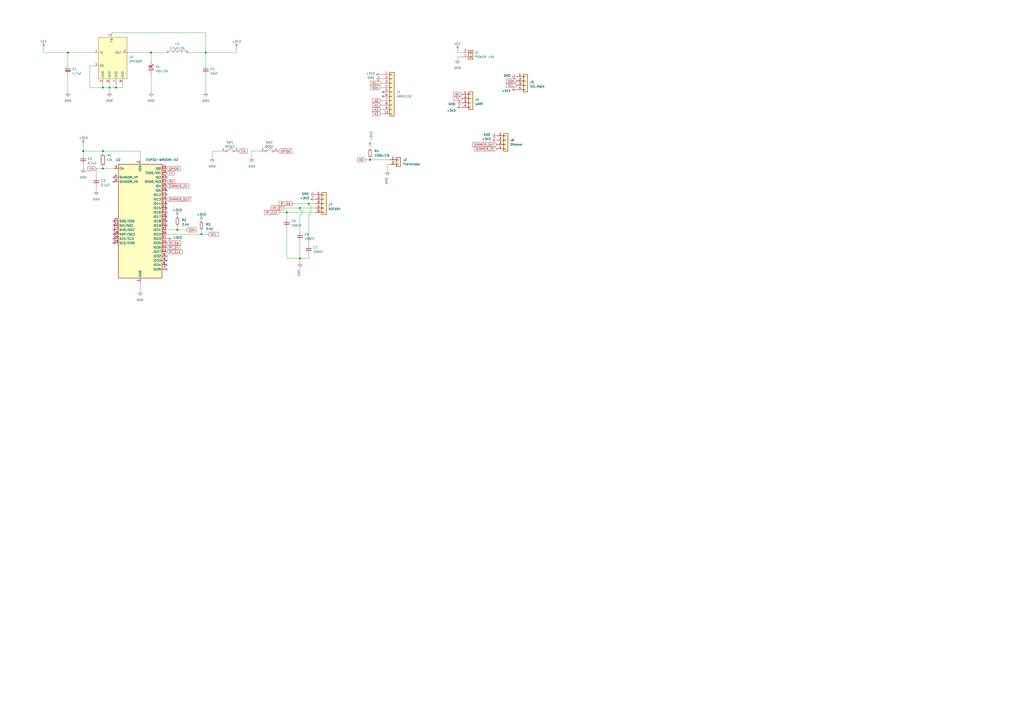
<source format=kicad_sch>
(kicad_sch (version 20210621) (generator eeschema)
  (paper "A2")
  (lib_symbols
    (symbol "Connector:Screw_Terminal_01x02" (pin_names (offset 1.016) hide)
      (property "Reference" "J" (at 0 2.54 0))
      (property "Value" "Screw_Terminal_01x02" (at 0 -5.08 0))
      (symbol "Screw_Terminal_01x02_1_1"
        (circle (center 0 -2.54) (radius 0.635) (stroke (width 0.1524)))
        (circle (center 0 0) (radius 0.635) (stroke (width 0.1524)))
        (rectangle (start -1.27 1.27) (end 1.27 -3.81) (stroke (width 0.254)) (fill (type background)))
        (polyline (pts (xy -0.5334 -2.2098) (xy 0.3302 -3.048)) (stroke (width 0.1524)))
        (polyline (pts (xy -0.5334 0.3302) (xy 0.3302 -0.508)) (stroke (width 0.1524)))
        (polyline (pts (xy -0.3556 -2.032) (xy 0.508 -2.8702)) (stroke (width 0.1524)))
        (polyline (pts (xy -0.3556 0.508) (xy 0.508 -0.3302)) (stroke (width 0.1524)))
        (pin passive line (at -5.08 0 0) (length 3.81) (name "Pin_1") (number "1"))
        (pin passive line (at -5.08 -2.54 0) (length 3.81) (name "Pin_2") (number "2"))
      )
    )
    (symbol "Connector_Generic:Conn_01x02" (pin_names (offset 1.016) hide)
      (property "Reference" "J" (at 0 2.54 0))
      (property "Value" "Conn_01x02" (at 0 -5.08 0))
      (symbol "Conn_01x02_1_1"
        (rectangle (start -1.27 -2.413) (end 0 -2.667) (stroke (width 0.1524)))
        (rectangle (start -1.27 0.127) (end 0 -0.127) (stroke (width 0.1524)))
        (rectangle (start -1.27 1.27) (end 1.27 -3.81) (stroke (width 0.254)) (fill (type background)))
        (pin passive line (at -5.08 0 0) (length 3.81) (name "Pin_1") (number "1"))
        (pin passive line (at -5.08 -2.54 0) (length 3.81) (name "Pin_2") (number "2"))
      )
    )
    (symbol "Connector_Generic:Conn_01x04" (pin_names (offset 1.016) hide)
      (property "Reference" "J" (at 0 5.08 0))
      (property "Value" "Conn_01x04" (at 0 -7.62 0))
      (symbol "Conn_01x04_1_1"
        (rectangle (start -1.27 -4.953) (end 0 -5.207) (stroke (width 0.1524)))
        (rectangle (start -1.27 -2.413) (end 0 -2.667) (stroke (width 0.1524)))
        (rectangle (start -1.27 0.127) (end 0 -0.127) (stroke (width 0.1524)))
        (rectangle (start -1.27 2.667) (end 0 2.413) (stroke (width 0.1524)))
        (rectangle (start -1.27 3.81) (end 1.27 -6.35) (stroke (width 0.254)) (fill (type background)))
        (pin passive line (at -5.08 2.54 0) (length 3.81) (name "Pin_1") (number "1"))
        (pin passive line (at -5.08 0 0) (length 3.81) (name "Pin_2") (number "2"))
        (pin passive line (at -5.08 -2.54 0) (length 3.81) (name "Pin_3") (number "3"))
        (pin passive line (at -5.08 -5.08 0) (length 3.81) (name "Pin_4") (number "4"))
      )
    )
    (symbol "Connector_Generic:Conn_01x05" (pin_names (offset 1.016) hide)
      (property "Reference" "J" (at 0 7.62 0))
      (property "Value" "Conn_01x05" (at 0 -7.62 0))
      (symbol "Conn_01x05_1_1"
        (rectangle (start -1.27 -4.953) (end 0 -5.207) (stroke (width 0.1524)))
        (rectangle (start -1.27 -2.413) (end 0 -2.667) (stroke (width 0.1524)))
        (rectangle (start -1.27 0.127) (end 0 -0.127) (stroke (width 0.1524)))
        (rectangle (start -1.27 2.667) (end 0 2.413) (stroke (width 0.1524)))
        (rectangle (start -1.27 5.207) (end 0 4.953) (stroke (width 0.1524)))
        (rectangle (start -1.27 6.35) (end 1.27 -6.35) (stroke (width 0.254)) (fill (type background)))
        (pin passive line (at -5.08 5.08 0) (length 3.81) (name "Pin_1") (number "1"))
        (pin passive line (at -5.08 2.54 0) (length 3.81) (name "Pin_2") (number "2"))
        (pin passive line (at -5.08 0 0) (length 3.81) (name "Pin_3") (number "3"))
        (pin passive line (at -5.08 -2.54 0) (length 3.81) (name "Pin_4") (number "4"))
        (pin passive line (at -5.08 -5.08 0) (length 3.81) (name "Pin_5") (number "5"))
      )
    )
    (symbol "Connector_Generic:Conn_01x10" (pin_names (offset 1.016) hide)
      (property "Reference" "J" (at 0 12.7 0))
      (property "Value" "Conn_01x10" (at 0 -15.24 0))
      (symbol "Conn_01x10_1_1"
        (rectangle (start -1.27 -12.573) (end 0 -12.827) (stroke (width 0.1524)))
        (rectangle (start -1.27 -10.033) (end 0 -10.287) (stroke (width 0.1524)))
        (rectangle (start -1.27 -7.493) (end 0 -7.747) (stroke (width 0.1524)))
        (rectangle (start -1.27 -4.953) (end 0 -5.207) (stroke (width 0.1524)))
        (rectangle (start -1.27 -2.413) (end 0 -2.667) (stroke (width 0.1524)))
        (rectangle (start -1.27 0.127) (end 0 -0.127) (stroke (width 0.1524)))
        (rectangle (start -1.27 2.667) (end 0 2.413) (stroke (width 0.1524)))
        (rectangle (start -1.27 5.207) (end 0 4.953) (stroke (width 0.1524)))
        (rectangle (start -1.27 7.747) (end 0 7.493) (stroke (width 0.1524)))
        (rectangle (start -1.27 10.287) (end 0 10.033) (stroke (width 0.1524)))
        (rectangle (start -1.27 11.43) (end 1.27 -13.97) (stroke (width 0.254)) (fill (type background)))
        (pin passive line (at -5.08 10.16 0) (length 3.81) (name "Pin_1") (number "1"))
        (pin passive line (at -5.08 -12.7 0) (length 3.81) (name "Pin_10") (number "10"))
        (pin passive line (at -5.08 7.62 0) (length 3.81) (name "Pin_2") (number "2"))
        (pin passive line (at -5.08 5.08 0) (length 3.81) (name "Pin_3") (number "3"))
        (pin passive line (at -5.08 2.54 0) (length 3.81) (name "Pin_4") (number "4"))
        (pin passive line (at -5.08 0 0) (length 3.81) (name "Pin_5") (number "5"))
        (pin passive line (at -5.08 -2.54 0) (length 3.81) (name "Pin_6") (number "6"))
        (pin passive line (at -5.08 -5.08 0) (length 3.81) (name "Pin_7") (number "7"))
        (pin passive line (at -5.08 -7.62 0) (length 3.81) (name "Pin_8") (number "8"))
        (pin passive line (at -5.08 -10.16 0) (length 3.81) (name "Pin_9") (number "9"))
      )
    )
    (symbol "Device:C_Polarized_Small" (pin_numbers hide) (pin_names (offset 0.254) hide)
      (property "Reference" "C" (at 0.254 1.778 0))
      (property "Value" "C_Polarized_Small" (at 0.254 -2.032 0))
      (symbol "C_Polarized_Small_0_1"
        (rectangle (start -1.524 0.6858) (end 1.524 0.3048))
        (rectangle (start -1.524 -0.3048) (end 1.524 -0.6858) (fill (type outline)))
        (polyline (pts (xy -1.27 1.524) (xy -0.762 1.524)))
        (polyline (pts (xy -1.016 1.27) (xy -1.016 1.778)))
      )
      (symbol "C_Polarized_Small_1_1"
        (pin passive line (at 0 2.54 270) (length 1.8542) (name "~") (number "1"))
        (pin passive line (at 0 -2.54 90) (length 1.8542) (name "~") (number "2"))
      )
    )
    (symbol "Device:C_Small" (pin_numbers hide) (pin_names (offset 0.254) hide)
      (property "Reference" "C" (at 0.254 1.778 0))
      (property "Value" "C_Small" (at 0.254 -2.032 0))
      (symbol "C_Small_0_1"
        (polyline (pts (xy -1.524 -0.508) (xy 1.524 -0.508)) (stroke (width 0.3302)))
        (polyline (pts (xy -1.524 0.508) (xy 1.524 0.508)) (stroke (width 0.3048)))
      )
      (symbol "C_Small_1_1"
        (pin passive line (at 0 2.54 270) (length 2.032) (name "~") (number "1"))
        (pin passive line (at 0 -2.54 90) (length 2.032) (name "~") (number "2"))
      )
    )
    (symbol "Device:D_Schottky" (pin_numbers hide) (pin_names (offset 1.016) hide)
      (property "Reference" "D" (at 0 2.54 0))
      (property "Value" "D_Schottky" (at 0 -2.54 0))
      (symbol "D_Schottky_0_1"
        (polyline (pts (xy 1.27 0) (xy -1.27 0)))
        (polyline (pts (xy 1.27 1.27) (xy 1.27 -1.27) (xy -1.27 0) (xy 1.27 1.27)) (stroke (width 0.254)))
        (polyline (pts (xy -1.905 0.635) (xy -1.905 1.27) (xy -1.27 1.27) (xy -1.27 -1.27) (xy -0.635 -1.27) (xy -0.635 -0.635)) (stroke (width 0.254)))
      )
      (symbol "D_Schottky_1_1"
        (pin passive line (at -3.81 0 0) (length 2.54) (name "K") (number "1"))
        (pin passive line (at 3.81 0 180) (length 2.54) (name "A") (number "2"))
      )
    )
    (symbol "Device:R" (pin_numbers hide) (pin_names (offset 0))
      (property "Reference" "R" (at 2.032 0 90))
      (property "Value" "R" (at 0 0 90))
      (symbol "R_0_1"
        (rectangle (start -1.016 -2.54) (end 1.016 2.54) (stroke (width 0.254)))
      )
      (symbol "R_1_1"
        (pin passive line (at 0 3.81 270) (length 1.27) (name "~") (number "1"))
        (pin passive line (at 0 -3.81 90) (length 1.27) (name "~") (number "2"))
      )
    )
    (symbol "Device:R_Small" (pin_numbers hide) (pin_names (offset 0.254) hide)
      (property "Reference" "R" (at 0.762 0.508 0))
      (property "Value" "R_Small" (at 0.762 -1.016 0))
      (symbol "R_Small_0_1"
        (rectangle (start -0.762 1.778) (end 0.762 -1.778) (stroke (width 0.2032)))
      )
      (symbol "R_Small_1_1"
        (pin passive line (at 0 2.54 270) (length 0.762) (name "~") (number "1"))
        (pin passive line (at 0 -2.54 90) (length 0.762) (name "~") (number "2"))
      )
    )
    (symbol "Fred:AP1509"
      (property "Reference" "U" (at 1.27 25.4 0))
      (property "Value" "AP1509" (at 17.78 25.4 0))
      (symbol "AP1509_0_1"
        (rectangle (start 1.27 24.13) (end 17.78 0) (stroke (width 0.1524)) (fill (type background)))
      )
      (symbol "AP1509_1_1"
        (pin input line (at -1.27 15.24 0) (length 2.54) (name "IN") (number "1"))
        (pin input line (at 17.78 15.24 180) (length 2.54) (name "OUT") (number "2"))
        (pin input line (at 8.89 26.67 270) (length 2.54) (name "FB") (number "3"))
        (pin input line (at -1.27 7.62 0) (length 2.54) (name "SD") (number "4"))
        (pin input line (at 3.81 -2.54 90) (length 2.54) (name "GND") (number "5"))
        (pin input line (at 7.62 -2.54 90) (length 2.54) (name "GND") (number "6"))
        (pin input line (at 11.43 -2.54 90) (length 2.54) (name "GND") (number "7"))
        (pin input line (at 15.24 -2.54 90) (length 2.54) (name "GND") (number "8"))
      )
    )
    (symbol "RF_Module:ESP32-WROOM-32"
      (property "Reference" "U" (at -12.7 34.29 0))
      (property "Value" "ESP32-WROOM-32" (at 1.27 34.29 0))
      (symbol "ESP32-WROOM-32_0_1"
        (rectangle (start -12.7 33.02) (end 12.7 -33.02) (stroke (width 0.254)) (fill (type background)))
      )
      (symbol "ESP32-WROOM-32_1_1"
        (pin power_in line (at 0 -35.56 90) (length 2.54) (name "GND") (number "1"))
        (pin bidirectional line (at 15.24 -12.7 180) (length 2.54) (name "IO25") (number "10"))
        (pin bidirectional line (at 15.24 -15.24 180) (length 2.54) (name "IO26") (number "11"))
        (pin bidirectional line (at 15.24 -17.78 180) (length 2.54) (name "IO27") (number "12"))
        (pin bidirectional line (at 15.24 10.16 180) (length 2.54) (name "IO14") (number "13"))
        (pin bidirectional line (at 15.24 15.24 180) (length 2.54) (name "IO12") (number "14"))
        (pin passive line (at 0 -35.56 90) (length 2.54) hide (name "GND") (number "15"))
        (pin bidirectional line (at 15.24 12.7 180) (length 2.54) (name "IO13") (number "16"))
        (pin bidirectional line (at -15.24 -5.08 0) (length 2.54) (name "SHD/SD2") (number "17"))
        (pin bidirectional line (at -15.24 -7.62 0) (length 2.54) (name "SWP/SD3") (number "18"))
        (pin bidirectional line (at -15.24 -12.7 0) (length 2.54) (name "SCS/CMD") (number "19"))
        (pin power_in line (at 0 35.56 270) (length 2.54) (name "VDD") (number "2"))
        (pin bidirectional line (at -15.24 -10.16 0) (length 2.54) (name "SCK/CLK") (number "20"))
        (pin bidirectional line (at -15.24 0 0) (length 2.54) (name "SDO/SD0") (number "21"))
        (pin bidirectional line (at -15.24 -2.54 0) (length 2.54) (name "SDI/SD1") (number "22"))
        (pin bidirectional line (at 15.24 7.62 180) (length 2.54) (name "IO15") (number "23"))
        (pin bidirectional line (at 15.24 25.4 180) (length 2.54) (name "IO2") (number "24"))
        (pin bidirectional line (at 15.24 30.48 180) (length 2.54) (name "IO0") (number "25"))
        (pin bidirectional line (at 15.24 20.32 180) (length 2.54) (name "IO4") (number "26"))
        (pin bidirectional line (at 15.24 5.08 180) (length 2.54) (name "IO16") (number "27"))
        (pin bidirectional line (at 15.24 2.54 180) (length 2.54) (name "IO17") (number "28"))
        (pin bidirectional line (at 15.24 17.78 180) (length 2.54) (name "IO5") (number "29"))
        (pin input line (at -15.24 30.48 0) (length 2.54) (name "EN") (number "3"))
        (pin bidirectional line (at 15.24 0 180) (length 2.54) (name "IO18") (number "30"))
        (pin bidirectional line (at 15.24 -2.54 180) (length 2.54) (name "IO19") (number "31"))
        (pin no_connect line (at -12.7 -27.94 0) (length 2.54) hide (name "NC") (number "32"))
        (pin bidirectional line (at 15.24 -5.08 180) (length 2.54) (name "IO21") (number "33"))
        (pin bidirectional line (at 15.24 22.86 180) (length 2.54) (name "RXD0/IO3") (number "34"))
        (pin bidirectional line (at 15.24 27.94 180) (length 2.54) (name "TXD0/IO1") (number "35"))
        (pin bidirectional line (at 15.24 -7.62 180) (length 2.54) (name "IO22") (number "36"))
        (pin bidirectional line (at 15.24 -10.16 180) (length 2.54) (name "IO23") (number "37"))
        (pin passive line (at 0 -35.56 90) (length 2.54) hide (name "GND") (number "38"))
        (pin passive line (at 0 -35.56 90) (length 2.54) hide (name "GND") (number "39"))
        (pin input line (at -15.24 25.4 0) (length 2.54) (name "SENSOR_VP") (number "4"))
        (pin input line (at -15.24 22.86 0) (length 2.54) (name "SENSOR_VN") (number "5"))
        (pin input line (at 15.24 -25.4 180) (length 2.54) (name "IO34") (number "6"))
        (pin input line (at 15.24 -27.94 180) (length 2.54) (name "IO35") (number "7"))
        (pin bidirectional line (at 15.24 -20.32 180) (length 2.54) (name "IO32") (number "8"))
        (pin bidirectional line (at 15.24 -22.86 180) (length 2.54) (name "IO33") (number "9"))
      )
    )
    (symbol "Switch:SW_SPST" (pin_names (offset 0) hide)
      (property "Reference" "SW" (at 0 3.175 0))
      (property "Value" "SW_SPST" (at 0 -2.54 0))
      (symbol "SW_SPST_0_0"
        (circle (center -2.032 0) (radius 0.508))
        (circle (center 2.032 0) (radius 0.508))
        (polyline (pts (xy -1.524 0.254) (xy 1.524 1.778)))
      )
      (symbol "SW_SPST_1_1"
        (pin passive line (at -5.08 0 0) (length 2.54) (name "A") (number "1"))
        (pin passive line (at 5.08 0 180) (length 2.54) (name "B") (number "2"))
      )
    )
    (symbol "power:+3V3" (power) (pin_names (offset 0))
      (property "Value" "+3V3" (at 0 3.556 0))
      (symbol "+3V3_0_1"
        (polyline (pts (xy -0.762 1.27) (xy 0 2.54)))
        (polyline (pts (xy 0 0) (xy 0 2.54)))
        (polyline (pts (xy 0 2.54) (xy 0.762 1.27)))
      )
      (symbol "+3V3_1_1"
        (pin power_in line (at 0 0 90) (length 0) hide (name "+3V3") (number "1"))
      )
    )
    (symbol "power:GND" (power) (pin_names (offset 0))
      (property "Value" "GND" (at 0 -3.81 0))
      (symbol "GND_0_1"
        (polyline (pts (xy 0 0) (xy 0 -1.27) (xy 1.27 -1.27) (xy 0 -2.54) (xy -1.27 -1.27) (xy 0 -1.27)))
      )
      (symbol "GND_1_1"
        (pin power_in line (at 0 0 270) (length 0) hide (name "GND") (number "1"))
      )
    )
    (symbol "power:VCC" (power) (pin_names (offset 0))
      (property "Value" "VCC" (at 0 3.81 0))
      (symbol "VCC_0_1"
        (polyline (pts (xy -0.762 1.27) (xy 0 2.54)))
        (polyline (pts (xy 0 0) (xy 0 2.54)))
        (polyline (pts (xy 0 2.54) (xy 0.762 1.27)))
      )
      (symbol "VCC_1_1"
        (pin power_in line (at 0 0 90) (length 0) hide (name "VCC") (number "1"))
      )
    )
    (symbol "pspice:INDUCTOR" (pin_numbers hide) (pin_names (offset 0))
      (property "Reference" "L" (at 0 2.54 0))
      (property "Value" "INDUCTOR" (at 0 -1.27 0))
      (symbol "INDUCTOR_0_1"
        (arc (start -2.54 0) (end -5.08 0) (radius (at -3.81 0) (length 1.27) (angles 0.1 179.9)))
        (arc (start 0 0) (end -2.54 0) (radius (at -1.27 0) (length 1.27) (angles 0.1 179.9)))
        (arc (start 2.54 0) (end 0 0) (radius (at 1.27 0) (length 1.27) (angles 0.1 179.9)))
        (arc (start 5.08 0) (end 2.54 0) (radius (at 3.81 0) (length 1.27) (angles 0.1 179.9)))
      )
      (symbol "INDUCTOR_1_1"
        (pin input line (at -6.35 0 0) (length 1.27) (name "1") (number "1"))
        (pin input line (at 6.35 0 180) (length 1.27) (name "2") (number "2"))
      )
    )
  )
  (junction (at 39.37 30.48) (diameter 0.9144))
  (junction (at 48.26 87.63) (diameter 0.9144))
  (junction (at 59.69 50.8) (diameter 0.9144))
  (junction (at 59.69 87.63) (diameter 0.9144))
  (junction (at 59.69 97.79) (diameter 0.9144))
  (junction (at 63.5 50.8) (diameter 0.9144))
  (junction (at 67.31 50.8) (diameter 0.9144))
  (junction (at 87.63 30.48) (diameter 0.9144))
  (junction (at 102.87 133.35) (diameter 0.9144))
  (junction (at 116.84 135.89) (diameter 0.9144))
  (junction (at 119.38 30.48) (diameter 0.9144))
  (junction (at 166.37 123.19) (diameter 0.9144))
  (junction (at 173.99 120.65) (diameter 0.9144))
  (junction (at 173.99 149.86) (diameter 0.9144))
  (junction (at 179.07 118.11) (diameter 0.9144))
  (junction (at 214.63 92.71) (diameter 0.9144))
  (no_connect (at 66.04 102.87))
  (no_connect (at 66.04 105.41))
  (no_connect (at 66.04 128.27))
  (no_connect (at 66.04 130.81))
  (no_connect (at 66.04 133.35))
  (no_connect (at 66.04 135.89))
  (no_connect (at 66.04 138.43))
  (no_connect (at 66.04 140.97))
  (no_connect (at 96.52 102.87))
  (no_connect (at 96.52 110.49))
  (no_connect (at 96.52 113.03))
  (no_connect (at 96.52 118.11))
  (no_connect (at 96.52 120.65))
  (no_connect (at 96.52 123.19))
  (no_connect (at 96.52 125.73))
  (no_connect (at 96.52 128.27))
  (no_connect (at 96.52 130.81))
  (no_connect (at 96.52 148.59))
  (no_connect (at 96.52 151.13))
  (no_connect (at 96.52 153.67))
  (no_connect (at 96.52 156.21))
  (no_connect (at 222.25 53.34))
  (no_connect (at 222.25 55.88))
  (wire (pts (xy 25.4 27.94) (xy 25.4 30.48)))
  (wire (pts (xy 25.4 30.48) (xy 39.37 30.48)))
  (wire (pts (xy 39.37 30.48) (xy 39.37 38.1)))
  (wire (pts (xy 39.37 43.18) (xy 39.37 53.34)))
  (wire (pts (xy 48.26 83.82) (xy 48.26 87.63)))
  (wire (pts (xy 48.26 87.63) (xy 48.26 90.17)))
  (wire (pts (xy 48.26 95.25) (xy 48.26 97.79)))
  (wire (pts (xy 52.07 38.1) (xy 52.07 50.8)))
  (wire (pts (xy 52.07 50.8) (xy 59.69 50.8)))
  (wire (pts (xy 54.61 30.48) (xy 39.37 30.48)))
  (wire (pts (xy 54.61 38.1) (xy 52.07 38.1)))
  (wire (pts (xy 55.88 97.79) (xy 59.69 97.79)))
  (wire (pts (xy 55.88 102.87) (xy 55.88 97.79)))
  (wire (pts (xy 55.88 107.95) (xy 55.88 110.49)))
  (wire (pts (xy 59.69 48.26) (xy 59.69 50.8)))
  (wire (pts (xy 59.69 50.8) (xy 63.5 50.8)))
  (wire (pts (xy 59.69 87.63) (xy 48.26 87.63)))
  (wire (pts (xy 59.69 88.9) (xy 59.69 87.63)))
  (wire (pts (xy 59.69 97.79) (xy 59.69 96.52)))
  (wire (pts (xy 63.5 48.26) (xy 63.5 50.8)))
  (wire (pts (xy 63.5 50.8) (xy 63.5 53.34)))
  (wire (pts (xy 63.5 50.8) (xy 67.31 50.8)))
  (wire (pts (xy 64.77 19.05) (xy 119.38 19.05)))
  (wire (pts (xy 66.04 97.79) (xy 59.69 97.79)))
  (wire (pts (xy 67.31 48.26) (xy 67.31 50.8)))
  (wire (pts (xy 71.12 48.26) (xy 71.12 50.8)))
  (wire (pts (xy 71.12 50.8) (xy 67.31 50.8)))
  (wire (pts (xy 73.66 30.48) (xy 87.63 30.48)))
  (wire (pts (xy 81.28 87.63) (xy 59.69 87.63)))
  (wire (pts (xy 81.28 92.71) (xy 81.28 87.63)))
  (wire (pts (xy 81.28 163.83) (xy 81.28 168.91)))
  (wire (pts (xy 87.63 30.48) (xy 87.63 35.56)))
  (wire (pts (xy 87.63 30.48) (xy 96.52 30.48)))
  (wire (pts (xy 87.63 43.18) (xy 87.63 53.34)))
  (wire (pts (xy 96.52 133.35) (xy 102.87 133.35)))
  (wire (pts (xy 96.52 135.89) (xy 116.84 135.89)))
  (wire (pts (xy 102.87 130.81) (xy 102.87 133.35)))
  (wire (pts (xy 102.87 133.35) (xy 107.95 133.35)))
  (wire (pts (xy 109.22 30.48) (xy 119.38 30.48)))
  (wire (pts (xy 116.84 133.35) (xy 116.84 135.89)))
  (wire (pts (xy 116.84 135.89) (xy 120.65 135.89)))
  (wire (pts (xy 119.38 19.05) (xy 119.38 30.48)))
  (wire (pts (xy 119.38 30.48) (xy 119.38 38.1)))
  (wire (pts (xy 119.38 43.18) (xy 119.38 53.34)))
  (wire (pts (xy 123.19 87.63) (xy 128.27 87.63)))
  (wire (pts (xy 123.19 91.44) (xy 123.19 87.63)))
  (wire (pts (xy 137.16 27.94) (xy 137.16 30.48)))
  (wire (pts (xy 137.16 30.48) (xy 119.38 30.48)))
  (wire (pts (xy 146.05 87.63) (xy 151.13 87.63)))
  (wire (pts (xy 146.05 91.44) (xy 146.05 87.63)))
  (wire (pts (xy 162.56 123.19) (xy 166.37 123.19)))
  (wire (pts (xy 165.1 120.65) (xy 173.99 120.65)))
  (wire (pts (xy 166.37 123.19) (xy 166.37 127)))
  (wire (pts (xy 166.37 123.19) (xy 182.88 123.19)))
  (wire (pts (xy 166.37 132.08) (xy 166.37 149.86)))
  (wire (pts (xy 166.37 149.86) (xy 173.99 149.86)))
  (wire (pts (xy 170.18 118.11) (xy 179.07 118.11)))
  (wire (pts (xy 173.99 120.65) (xy 173.99 121.92)))
  (wire (pts (xy 173.99 120.65) (xy 182.88 120.65)))
  (wire (pts (xy 173.99 124.46) (xy 175.26 124.46)))
  (wire (pts (xy 173.99 134.62) (xy 173.99 124.46)))
  (wire (pts (xy 173.99 149.86) (xy 173.99 139.7)))
  (wire (pts (xy 173.99 149.86) (xy 173.99 152.4)))
  (wire (pts (xy 175.26 121.92) (xy 173.99 121.92)))
  (wire (pts (xy 175.26 124.46) (xy 175.26 121.92)))
  (wire (pts (xy 179.07 118.11) (xy 179.07 119.38)))
  (wire (pts (xy 179.07 118.11) (xy 182.88 118.11)))
  (wire (pts (xy 179.07 124.46) (xy 180.34 124.46)))
  (wire (pts (xy 179.07 142.24) (xy 179.07 124.46)))
  (wire (pts (xy 179.07 147.32) (xy 179.07 149.86)))
  (wire (pts (xy 179.07 149.86) (xy 173.99 149.86)))
  (wire (pts (xy 180.34 119.38) (xy 179.07 119.38)))
  (wire (pts (xy 180.34 124.46) (xy 180.34 119.38)))
  (wire (pts (xy 212.09 92.71) (xy 214.63 92.71)))
  (wire (pts (xy 214.63 85.09) (xy 214.63 86.36)))
  (wire (pts (xy 214.63 92.71) (xy 214.63 91.44)))
  (wire (pts (xy 214.63 92.71) (xy 226.06 92.71)))
  (wire (pts (xy 220.98 43.18) (xy 222.25 43.18)))
  (wire (pts (xy 220.98 45.72) (xy 222.25 45.72)))
  (wire (pts (xy 220.98 48.26) (xy 222.25 48.26)))
  (wire (pts (xy 220.98 50.8) (xy 222.25 50.8)))
  (wire (pts (xy 220.98 58.42) (xy 222.25 58.42)))
  (wire (pts (xy 220.98 60.96) (xy 222.25 60.96)))
  (wire (pts (xy 220.98 63.5) (xy 222.25 63.5)))
  (wire (pts (xy 220.98 66.04) (xy 222.25 66.04)))
  (wire (pts (xy 224.79 95.25) (xy 224.79 99.06)))
  (wire (pts (xy 226.06 95.25) (xy 224.79 95.25)))
  (wire (pts (xy 265.43 30.48) (xy 265.43 29.21)))
  (wire (pts (xy 265.43 33.02) (xy 267.97 33.02)))
  (wire (pts (xy 265.43 34.29) (xy 265.43 33.02)))
  (wire (pts (xy 267.97 30.48) (xy 265.43 30.48)))
  (global_label "EN" (shape input) (at 55.88 97.79 180) (property "Intersheet References" "${INTERSHEET_REFS}" (effects hide)))
  (global_label "GPIO0" (shape input) (at 96.52 97.79 0) (property "Intersheet References" "${INTERSHEET_REFS}" (effects hide)))
  (global_label "TX" (shape input) (at 96.52 100.33 0) (property "Intersheet References" "${INTERSHEET_REFS}" (effects hide)))
  (global_label "RX" (shape input) (at 96.52 105.41 0) (property "Intersheet References" "${INTERSHEET_REFS}" (effects hide)))
  (global_label "DIMMER_ZC" (shape input) (at 96.52 107.95 0) (property "Intersheet References" "${INTERSHEET_REFS}" (effects hide)))
  (global_label "DIMMER_OUT" (shape input) (at 96.52 115.57 0) (property "Intersheet References" "${INTERSHEET_REFS}" (effects hide)))
  (global_label "RT_SW" (shape input) (at 96.52 140.97 0) (property "Intersheet References" "${INTERSHEET_REFS}" (effects hide)))
  (global_label "RT_DT" (shape input) (at 96.52 143.51 0) (property "Intersheet References" "${INTERSHEET_REFS}" (effects hide)))
  (global_label "RT_CLK" (shape input) (at 96.52 146.05 0) (property "Intersheet References" "${INTERSHEET_REFS}" (effects hide)))
  (global_label "SDA" (shape input) (at 107.95 133.35 0) (property "Intersheet References" "${INTERSHEET_REFS}" (effects hide)))
  (global_label "SCL" (shape input) (at 120.65 135.89 0) (property "Intersheet References" "${INTERSHEET_REFS}" (effects hide)))
  (global_label "EN" (shape input) (at 138.43 87.63 0) (property "Intersheet References" "${INTERSHEET_REFS}" (effects hide)))
  (global_label "GPIO0" (shape input) (at 161.29 87.63 0) (property "Intersheet References" "${INTERSHEET_REFS}" (effects hide)))
  (global_label "RT_CLK" (shape input) (at 162.56 123.19 180) (property "Intersheet References" "${INTERSHEET_REFS}" (effects hide)))
  (global_label "RT_DT" (shape input) (at 165.1 120.65 180) (property "Intersheet References" "${INTERSHEET_REFS}" (effects hide)))
  (global_label "RT_SW" (shape input) (at 170.18 118.11 180) (property "Intersheet References" "${INTERSHEET_REFS}" (effects hide)))
  (global_label "A0" (shape input) (at 212.09 92.71 180) (property "Intersheet References" "${INTERSHEET_REFS}" (effects hide)))
  (global_label "SCL" (shape input) (at 220.98 48.26 180) (property "Intersheet References" "${INTERSHEET_REFS}" (effects hide)))
  (global_label "SDA" (shape input) (at 220.98 50.8 180) (property "Intersheet References" "${INTERSHEET_REFS}" (effects hide)))
  (global_label "A0" (shape input) (at 220.98 58.42 180) (property "Intersheet References" "${INTERSHEET_REFS}" (effects hide)))
  (global_label "A1" (shape input) (at 220.98 60.96 180) (property "Intersheet References" "${INTERSHEET_REFS}" (effects hide)))
  (global_label "A2" (shape input) (at 220.98 63.5 180) (property "Intersheet References" "${INTERSHEET_REFS}" (effects hide)))
  (global_label "A3" (shape input) (at 220.98 66.04 180) (property "Intersheet References" "${INTERSHEET_REFS}" (effects hide)))
  (global_label "RX" (shape input) (at 267.97 54.61 180) (property "Intersheet References" "${INTERSHEET_REFS}" (effects hide)))
  (global_label "TX" (shape input) (at 267.97 57.15 180) (property "Intersheet References" "${INTERSHEET_REFS}" (effects hide)))
  (global_label "DIMMER_OUT" (shape input) (at 288.29 83.82 180) (property "Intersheet References" "${INTERSHEET_REFS}" (effects hide)))
  (global_label "DIMMER_ZC" (shape input) (at 288.29 86.36 180) (property "Intersheet References" "${INTERSHEET_REFS}" (effects hide)))
  (global_label "SDA" (shape input) (at 299.72 46.99 180) (property "Intersheet References" "${INTERSHEET_REFS}" (effects hide)))
  (global_label "SCL" (shape input) (at 299.72 49.53 180) (property "Intersheet References" "${INTERSHEET_REFS}" (effects hide)))
  (symbol (lib_id "power:VCC") (at 25.4 27.94 0) (unit 1)
    (property "Reference" "#PWR0115" (effects hide))
    (property "Value" "VCC" (at 25.4 24.13 0))
  )
  (symbol (lib_id "power:+3V3") (at 48.26 83.82 0) (unit 1)
    (property "Reference" "#PWR0111" (effects hide))
    (property "Value" "+3V3" (at 48.26 80.01 0))
  )
  (symbol (lib_id "power:+3V3") (at 96.52 138.43 270) (unit 1)
    (property "Reference" "#PWR0102" (effects hide))
    (property "Value" "+3V3" (at 100.33 137.7949 90) (effects (justify left)))
  )
  (symbol (lib_id "power:+3V3") (at 102.87 125.73 0) (unit 1)
    (property "Reference" "#PWR0104" (effects hide))
    (property "Value" "+3V3" (at 102.87 121.92 0))
  )
  (symbol (lib_id "power:+3V3") (at 116.84 128.27 0) (unit 1)
    (property "Reference" "#PWR0103" (effects hide))
    (property "Value" "+3V3" (at 116.84 124.46 0))
  )
  (symbol (lib_id "power:+3V3") (at 137.16 27.94 0) (unit 1)
    (property "Reference" "#PWR0106" (effects hide))
    (property "Value" "+3V3" (at 137.16 24.13 0))
  )
  (symbol (lib_id "power:+3V3") (at 182.88 115.57 90) (unit 1)
    (property "Reference" "#PWR0127" (effects hide))
    (property "Value" "+3V3" (at 173.99 114.9349 90) (effects (justify right)))
  )
  (symbol (lib_id "power:+3V3") (at 214.63 85.09 0) (unit 1)
    (property "Reference" "#PWR0124" (effects hide))
    (property "Value" "+3V3" (at 215.2651 76.2 90) (effects (justify right)))
  )
  (symbol (lib_id "power:+3V3") (at 220.98 43.18 90) (unit 1)
    (property "Reference" "#PWR0123" (effects hide))
    (property "Value" "+3V3" (at 212.09 42.5449 90) (effects (justify right)))
  )
  (symbol (lib_id "power:VCC") (at 265.43 29.21 0) (unit 1)
    (property "Reference" "#PWR0120" (effects hide))
    (property "Value" "VCC" (at 265.43 25.4 0))
  )
  (symbol (lib_id "power:+3V3") (at 267.97 62.23 90) (unit 1)
    (property "Reference" "#PWR0118" (effects hide))
    (property "Value" "+3V3" (at 259.08 64.1349 90) (effects (justify right)))
  )
  (symbol (lib_id "power:+3V3") (at 288.29 81.28 90) (unit 1)
    (property "Reference" "#PWR02" (effects hide))
    (property "Value" "+3V3" (at 279.4 80.6449 90) (effects (justify right)))
  )
  (symbol (lib_id "power:+3V3") (at 299.72 52.07 90) (unit 1)
    (property "Reference" "#PWR0117" (effects hide))
    (property "Value" "+3V3" (at 290.83 52.7049 90) (effects (justify right)))
  )
  (symbol (lib_id "power:GND") (at 39.37 53.34 0) (unit 1)
    (property "Reference" "#PWR0113" (effects hide))
    (property "Value" "GND" (at 39.37 58.42 0))
  )
  (symbol (lib_id "power:GND") (at 48.26 97.79 0) (unit 1)
    (property "Reference" "#PWR0109" (effects hide))
    (property "Value" "GND" (at 48.26 102.87 0))
  )
  (symbol (lib_id "power:GND") (at 55.88 110.49 0) (unit 1)
    (property "Reference" "#PWR0110" (effects hide))
    (property "Value" "GND" (at 55.88 115.57 0))
  )
  (symbol (lib_id "power:GND") (at 63.5 53.34 0) (unit 1)
    (property "Reference" "#PWR0112" (effects hide))
    (property "Value" "GND" (at 63.5 58.42 0))
  )
  (symbol (lib_id "power:GND") (at 81.28 168.91 0) (unit 1)
    (property "Reference" "#PWR0101" (effects hide))
    (property "Value" "GND" (at 81.28 173.99 0))
  )
  (symbol (lib_id "power:GND") (at 87.63 53.34 0) (unit 1)
    (property "Reference" "#PWR0114" (effects hide))
    (property "Value" "GND" (at 87.63 58.42 0))
  )
  (symbol (lib_id "power:GND") (at 119.38 53.34 0) (unit 1)
    (property "Reference" "#PWR0105" (effects hide))
    (property "Value" "GND" (at 119.38 58.42 0))
  )
  (symbol (lib_id "power:GND") (at 123.19 91.44 0) (unit 1)
    (property "Reference" "#PWR0108" (effects hide))
    (property "Value" "GND" (at 123.19 96.52 0))
  )
  (symbol (lib_id "power:GND") (at 146.05 91.44 0) (unit 1)
    (property "Reference" "#PWR0107" (effects hide))
    (property "Value" "GND" (at 146.05 96.52 0))
  )
  (symbol (lib_id "power:GND") (at 173.99 152.4 0) (unit 1)
    (property "Reference" "#PWR0128" (effects hide))
    (property "Value" "GND" (at 173.3549 156.21 90) (effects (justify right)))
  )
  (symbol (lib_id "power:GND") (at 182.88 113.03 270) (unit 1)
    (property "Reference" "#PWR0126" (effects hide))
    (property "Value" "GND" (at 179.07 112.3949 90) (effects (justify right)))
  )
  (symbol (lib_id "power:GND") (at 220.98 45.72 270) (unit 1)
    (property "Reference" "#PWR0122" (effects hide))
    (property "Value" "GND" (at 217.17 45.0849 90) (effects (justify right)))
  )
  (symbol (lib_id "power:GND") (at 224.79 99.06 0) (unit 1)
    (property "Reference" "#PWR0125" (effects hide))
    (property "Value" "GND" (at 224.1549 102.87 90) (effects (justify right)))
  )
  (symbol (lib_id "power:GND") (at 265.43 34.29 0) (unit 1)
    (property "Reference" "#PWR0121" (effects hide))
    (property "Value" "GND" (at 265.43 39.37 0))
  )
  (symbol (lib_id "power:GND") (at 267.97 59.69 270) (unit 1)
    (property "Reference" "#PWR0119" (effects hide))
    (property "Value" "GND" (at 264.16 60.3249 90) (effects (justify right)))
  )
  (symbol (lib_id "power:GND") (at 288.29 78.74 270) (unit 1)
    (property "Reference" "#PWR01" (effects hide))
    (property "Value" "GND" (at 284.48 78.1049 90) (effects (justify right)))
  )
  (symbol (lib_id "power:GND") (at 299.72 44.45 270) (unit 1)
    (property "Reference" "#PWR0116" (effects hide))
    (property "Value" "GND" (at 292.1 43.8149 90) (effects (justify left)))
  )
  (symbol (lib_id "Device:R_Small") (at 102.87 128.27 0) (unit 1)
    (property "Reference" "R2" (at 105.41 127.6349 0) (effects (justify left)))
    (property "Value" "2,4k" (at 105.41 130.1749 0) (effects (justify left)))
    (property "Footprint" "Resistor_SMD:R_0603_1608Metric_Pad0.98x0.95mm_HandSolder" (effects hide))
    (property "PARTREV" "XXX" (effects hide))
  )
  (symbol (lib_id "Device:R_Small") (at 116.84 130.81 0) (unit 1)
    (property "Reference" "R3" (at 119.38 130.1749 0) (effects (justify left)))
    (property "Value" "2,4k" (at 119.38 132.7149 0) (effects (justify left)))
    (property "Footprint" "Resistor_SMD:R_0603_1608Metric_Pad0.98x0.95mm_HandSolder" (effects hide))
    (property "PARTREV" "XXX" (effects hide))
  )
  (symbol (lib_id "Device:R_Small") (at 214.63 88.9 0) (unit 1)
    (property "Reference" "R4" (at 217.17 87.6299 0) (effects (justify left)))
    (property "Value" "100k/1%" (at 217.17 90.1699 0) (effects (justify left)))
    (property "Footprint" "Resistor_SMD:R_0603_1608Metric_Pad0.98x0.95mm_HandSolder" (effects hide))
  )
  (symbol (lib_id "Device:C_Polarized_Small") (at 39.37 40.64 0) (unit 1)
    (property "Reference" "C1" (at 41.91 40.0049 0) (effects (justify left)))
    (property "Value" "4,7uF" (at 41.91 42.5449 0) (effects (justify left)))
    (property "Footprint" "Capacitor_SMD:CP_Elec_5x5.3" (effects hide))
    (property "PARTREV" "XXX" (effects hide))
  )
  (symbol (lib_id "Device:R") (at 59.69 92.71 180) (unit 1)
    (property "Reference" "R1" (at 63.5 90.17 0))
    (property "Value" "10k" (at 63.5 92.71 0))
    (property "Footprint" "Resistor_SMD:R_0603_1608Metric_Pad0.98x0.95mm_HandSolder" (effects hide))
    (property "PARTREV" "XXX" (effects hide))
  )
  (symbol (lib_id "Device:C_Small") (at 48.26 92.71 0) (unit 1)
    (property "Reference" "C2" (at 50.8 92.0749 0) (effects (justify left)))
    (property "Value" "0,1uF" (at 50.8 94.6149 0) (effects (justify left)))
    (property "Footprint" "Capacitor_SMD:C_0603_1608Metric_Pad1.08x0.95mm_HandSolder" (effects hide))
    (property "PARTREV" "XXX" (effects hide))
  )
  (symbol (lib_id "Device:C_Small") (at 55.88 105.41 0) (unit 1)
    (property "Reference" "C3" (at 58.42 104.7749 0) (effects (justify left)))
    (property "Value" "0,1uF" (at 58.42 107.3149 0) (effects (justify left)))
    (property "Footprint" "Capacitor_SMD:C_0603_1608Metric_Pad1.08x0.95mm_HandSolder" (effects hide))
    (property "PARTREV" "XXX" (effects hide))
  )
  (symbol (lib_id "Device:C_Small") (at 119.38 40.64 0) (unit 1)
    (property "Reference" "C4" (at 121.92 40.0049 0) (effects (justify left)))
    (property "Value" "10uF" (at 121.92 42.5449 0) (effects (justify left)))
    (property "Footprint" "Capacitor_SMD:CP_Elec_5x5.4" (effects hide))
    (property "PARTREV" "XXX" (effects hide))
  )
  (symbol (lib_id "Device:C_Small") (at 166.37 129.54 0) (unit 1)
    (property "Reference" "C5" (at 168.91 128.2699 0) (effects (justify left)))
    (property "Value" "100nF" (at 168.91 130.8099 0) (effects (justify left)))
    (property "Footprint" "Capacitor_SMD:C_0603_1608Metric_Pad1.08x0.95mm_HandSolder" (effects hide))
  )
  (symbol (lib_id "Device:C_Small") (at 173.99 137.16 0) (unit 1)
    (property "Reference" "C6" (at 176.53 135.8899 0) (effects (justify left)))
    (property "Value" "100nF" (at 176.53 138.4299 0) (effects (justify left)))
    (property "Footprint" "Capacitor_SMD:C_0603_1608Metric_Pad1.08x0.95mm_HandSolder" (effects hide))
  )
  (symbol (lib_id "Device:C_Small") (at 179.07 144.78 0) (unit 1)
    (property "Reference" "C7" (at 181.61 143.5099 0) (effects (justify left)))
    (property "Value" "100nF" (at 181.61 146.0499 0) (effects (justify left)))
    (property "Footprint" "Capacitor_SMD:C_0603_1608Metric_Pad1.08x0.95mm_HandSolder" (effects hide))
  )
  (symbol (lib_id "pspice:INDUCTOR") (at 102.87 30.48 0) (unit 1)
    (property "Reference" "L1" (at 102.87 25.4 0))
    (property "Value" "47uH/2A" (at 102.87 27.94 0))
    (property "Footprint" "Fred:HPI1040" (effects hide))
    (property "PARTREV" "XXX" (effects hide))
  )
  (symbol (lib_id "Device:D_Schottky") (at 87.63 39.37 270) (unit 1)
    (property "Reference" "D1" (at 90.17 38.7349 90) (effects (justify left)))
    (property "Value" "40V/2A" (at 90.17 41.2749 90) (effects (justify left)))
    (property "Footprint" "Diode_SMD:D_SMA_Handsoldering" (effects hide))
    (property "PARTREV" "XXX" (effects hide))
  )
  (symbol (lib_id "Switch:SW_SPST") (at 133.35 87.63 0) (unit 1)
    (property "Reference" "SW1" (at 133.35 82.55 0))
    (property "Value" "RESET" (at 133.35 85.09 0))
    (property "Footprint" "Button_Switch_SMD:SW_SPST_FSMSM" (effects hide))
    (property "PARTREV" "XXX" (effects hide))
  )
  (symbol (lib_id "Switch:SW_SPST") (at 156.21 87.63 0) (unit 1)
    (property "Reference" "SW2" (at 156.21 82.55 0))
    (property "Value" "BOOT" (at 156.21 85.09 0))
    (property "Footprint" "Button_Switch_SMD:SW_SPST_FSMSM" (effects hide))
    (property "PARTREV" "XXX" (effects hide))
  )
  (symbol (lib_id "Connector_Generic:Conn_01x02") (at 231.14 92.71 0) (unit 1)
    (property "Reference" "J2" (at 233.68 92.7099 0) (effects (justify left)))
    (property "Value" "Thermistor" (at 233.68 95.2499 0) (effects (justify left)))
    (property "Footprint" "Connector_JST:JST_XH_B2B-XH-A_1x02_P2.50mm_Vertical" (effects hide))
    (property "PARTREV" "XXX" (effects hide))
  )
  (symbol (lib_id "Connector:Screw_Terminal_01x02") (at 273.05 33.02 0) (mirror x) (unit 1)
    (property "Reference" "J3" (at 276.098 30.48 0))
    (property "Value" "POWER +5V" (at 281.178 33.02 0))
    (property "Footprint" "Connector_JST:JST_XH_B2B-XH-A_1x02_P2.50mm_Vertical" (effects hide))
    (property "PARTREV" "XXX" (effects hide))
  )
  (symbol (lib_id "Connector_Generic:Conn_01x04") (at 273.05 57.15 0) (unit 1)
    (property "Reference" "J4" (at 275.59 57.7849 0) (effects (justify left)))
    (property "Value" "UART" (at 275.59 60.3249 0) (effects (justify left)))
    (property "Footprint" "Connector_JST:JST_XH_B4B-XH-A_1x04_P2.50mm_Vertical" (effects hide))
    (property "PARTREV" "XXX" (effects hide))
  )
  (symbol (lib_id "Connector_Generic:Conn_01x04") (at 293.37 81.28 0) (unit 1)
    (property "Reference" "J6" (at 295.91 81.2799 0) (effects (justify left)))
    (property "Value" "Dimmer" (at 295.91 83.8199 0) (effects (justify left)))
    (property "Footprint" "Connector_JST:JST_XH_B4B-XH-A_1x04_P2.50mm_Vertical" (effects hide))
    (property "PARTREV" "XXX" (effects hide))
  )
  (symbol (lib_id "Connector_Generic:Conn_01x04") (at 304.8 46.99 0) (unit 1)
    (property "Reference" "J5" (at 307.34 47.6249 0) (effects (justify left)))
    (property "Value" "I2C_Main" (at 307.34 50.1649 0) (effects (justify left)))
    (property "Footprint" "Connector_JST:JST_XH_B4B-XH-A_1x04_P2.50mm_Vertical" (effects hide))
    (property "PARTREV" "XXX" (effects hide))
  )
  (symbol (lib_id "Connector_Generic:Conn_01x05") (at 187.96 118.11 0) (unit 1)
    (property "Reference" "J7" (at 190.5 118.7449 0) (effects (justify left)))
    (property "Value" "ROTARY" (at 190.5 121.2849 0) (effects (justify left)))
    (property "Footprint" "Connector_JST:JST_XH_B5B-XH-A_1x05_P2.50mm_Vertical" (effects hide))
    (property "PARTREV" "XXX" (effects hide))
  )
  (symbol (lib_id "Connector_Generic:Conn_01x10") (at 227.33 53.34 0) (unit 1)
    (property "Reference" "J1" (at 230.1036 53.3399 0) (effects (justify left)))
    (property "Value" "ADS1115" (at 230.1036 55.8799 0) (effects (justify left)))
    (property "Footprint" "Connector_PinHeader_2.54mm:PinHeader_1x10_P2.54mm_Vertical" (effects hide))
    (property "PARTREV" "XXX" (effects hide))
  )
  (symbol (lib_id "Fred:AP1509") (at 55.88 45.72 0) (unit 1)
    (property "Reference" "U1" (at 74.93 33.0199 0) (effects (justify left)))
    (property "Value" "AP1509" (at 74.93 35.5599 0) (effects (justify left)))
    (property "Footprint" "Package_SO:SOP-8_3.9x4.9mm_P1.27mm" (effects hide))
    (property "PARTREV" "XXX" (effects hide))
  )
  (symbol (lib_id "RF_Module:ESP32-WROOM-32") (at 81.28 128.27 0) (unit 1)
    (property "Reference" "U2" (at 68.58 92.71 0))
    (property "Value" "ESP32-WROOM-32" (at 93.98 92.71 0))
    (property "Footprint" "RF_Module:ESP32-WROOM-32" (effects hide))
    (property "Datasheet" "https://www.espressif.com/sites/default/files/documentation/esp32-wroom-32_datasheet_en.pdf" (effects hide))
    (property "PARTREV" "XXX" (effects hide))
  )
)
</source>
